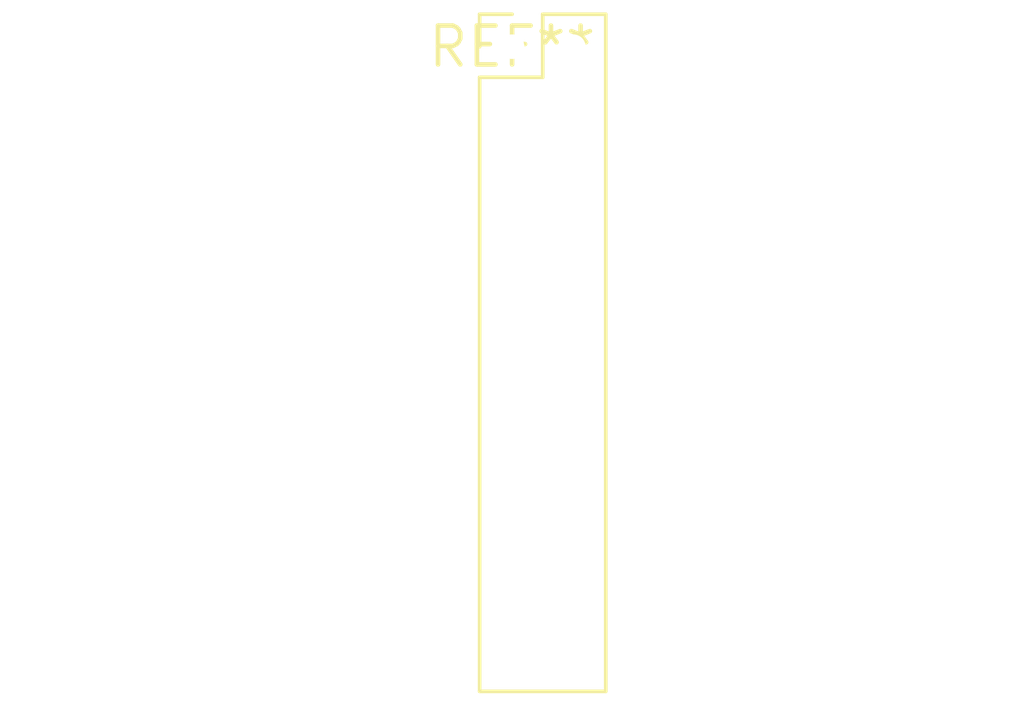
<source format=kicad_pcb>
(kicad_pcb (version 20240108) (generator pcbnew)
  (layers (0 "F.Cu" signal) (31 "B.Cu" signal) (34 "B.Paste" user) (35 "F.Paste" user) (36 "B.SilkS" user "B.Silkscreen") (37 "F.SilkS" user "F.Silkscreen") (38 "B.Mask" user) (39 "F.Mask" user) (44 "Edge.Cuts" user))
  (net 0 "")
  (footprint "PinHeader_2x11_P2.00mm_Vertical" (layer "F.Cu") (at 0 0)
    (property "Reference" "REF**")
    (property "Value" "PinHeader_2x11_P2.00mm_Vertical")
    (fp_line (start -1.06 -1.06) (end 0 -1.06) (layer "F.SilkS") (stroke (width 0.12)))
    (fp_line (start -1.06 0) (end -1.06 -1.06) (layer "F.SilkS") (stroke (width 0.12)))
    (fp_line (start -1.06 1) (end -1.06 21.06) (layer "F.SilkS") (stroke (width 0.12)))
    (fp_line (start -1.06 1) (end 1 1) (layer "F.SilkS") (stroke (width 0.12)))
    (fp_line (start -1.06 21.06) (end 3.06 21.06) (layer "F.SilkS") (stroke (width 0.12)))
    (fp_line (start 1 -1.06) (end 3.06 -1.06) (layer "F.SilkS") (stroke (width 0.12)))
    (fp_line (start 1 1) (end 1 -1.06) (layer "F.SilkS") (stroke (width 0.12)))
    (fp_line (start 3.06 -1.06) (end 3.06 21.06) (layer "F.SilkS") (stroke (width 0.12)))
    (pad "1" thru_hole rect (at 0 0) (size 1.35 1.35) (drill 0.8) (layers *.Cu *.Mask) (remove_unused_layers))
    (pad "2" thru_hole oval (at 2 0) (size 1.35 1.35) (drill 0.8) (layers *.Cu *.Mask) (remove_unused_layers))
    (pad "3" thru_hole oval (at 0 2) (size 1.35 1.35) (drill 0.8) (layers *.Cu *.Mask) (remove_unused_layers))
    (pad "4" thru_hole oval (at 2 2) (size 1.35 1.35) (drill 0.8) (layers *.Cu *.Mask) (remove_unused_layers))
    (pad "5" thru_hole oval (at 0 4) (size 1.35 1.35) (drill 0.8) (layers *.Cu *.Mask) (remove_unused_layers))
    (pad "6" thru_hole oval (at 2 4) (size 1.35 1.35) (drill 0.8) (layers *.Cu *.Mask) (remove_unused_layers))
    (pad "7" thru_hole oval (at 0 6) (size 1.35 1.35) (drill 0.8) (layers *.Cu *.Mask) (remove_unused_layers))
    (pad "8" thru_hole oval (at 2 6) (size 1.35 1.35) (drill 0.8) (layers *.Cu *.Mask) (remove_unused_layers))
    (pad "9" thru_hole oval (at 0 8) (size 1.35 1.35) (drill 0.8) (layers *.Cu *.Mask) (remove_unused_layers))
    (pad "10" thru_hole oval (at 2 8) (size 1.35 1.35) (drill 0.8) (layers *.Cu *.Mask) (remove_unused_layers))
    (pad "11" thru_hole oval (at 0 10) (size 1.35 1.35) (drill 0.8) (layers *.Cu *.Mask) (remove_unused_layers))
    (pad "12" thru_hole oval (at 2 10) (size 1.35 1.35) (drill 0.8) (layers *.Cu *.Mask) (remove_unused_layers))
    (pad "13" thru_hole oval (at 0 12) (size 1.35 1.35) (drill 0.8) (layers *.Cu *.Mask) (remove_unused_layers))
    (pad "14" thru_hole oval (at 2 12) (size 1.35 1.35) (drill 0.8) (layers *.Cu *.Mask) (remove_unused_layers))
    (pad "15" thru_hole oval (at 0 14) (size 1.35 1.35) (drill 0.8) (layers *.Cu *.Mask) (remove_unused_layers))
    (pad "16" thru_hole oval (at 2 14) (size 1.35 1.35) (drill 0.8) (layers *.Cu *.Mask) (remove_unused_layers))
    (pad "17" thru_hole oval (at 0 16) (size 1.35 1.35) (drill 0.8) (layers *.Cu *.Mask) (remove_unused_layers))
    (pad "18" thru_hole oval (at 2 16) (size 1.35 1.35) (drill 0.8) (layers *.Cu *.Mask) (remove_unused_layers))
    (pad "19" thru_hole oval (at 0 18) (size 1.35 1.35) (drill 0.8) (layers *.Cu *.Mask) (remove_unused_layers))
    (pad "20" thru_hole oval (at 2 18) (size 1.35 1.35) (drill 0.8) (layers *.Cu *.Mask) (remove_unused_layers))
    (pad "21" thru_hole oval (at 0 20) (size 1.35 1.35) (drill 0.8) (layers *.Cu *.Mask) (remove_unused_layers))
    (pad "22" thru_hole oval (at 2 20) (size 1.35 1.35) (drill 0.8) (layers *.Cu *.Mask) (remove_unused_layers))
  )
)
</source>
